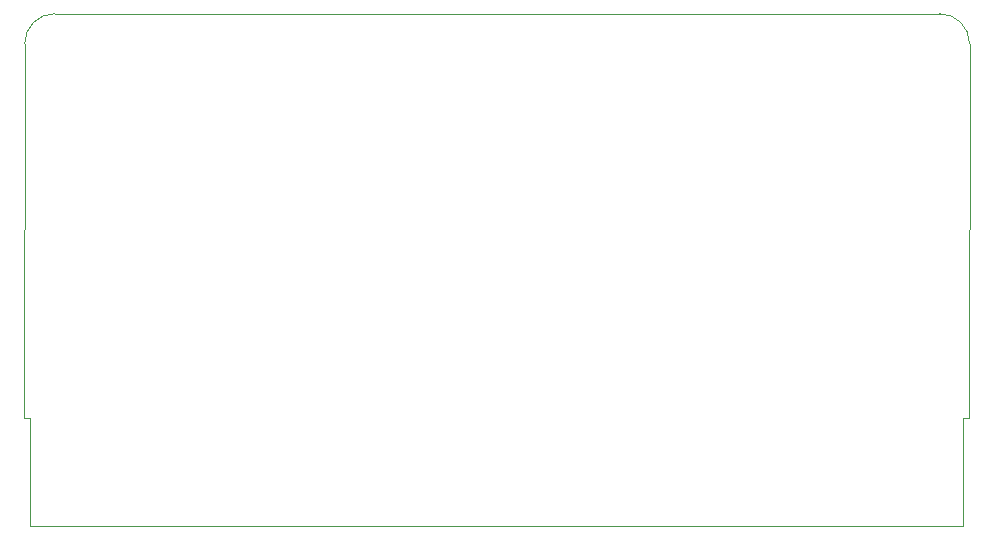
<source format=gbr>
%TF.GenerationSoftware,KiCad,Pcbnew,(5.99.0-7356-g63088e8bdb)*%
%TF.CreationDate,2021-06-15T12:35:10+08:00*%
%TF.ProjectId,Cartdrige,43617274-6472-4696-9765-2e6b69636164,rev?*%
%TF.SameCoordinates,Original*%
%TF.FileFunction,Profile,NP*%
%FSLAX46Y46*%
G04 Gerber Fmt 4.6, Leading zero omitted, Abs format (unit mm)*
G04 Created by KiCad (PCBNEW (5.99.0-7356-g63088e8bdb)) date 2021-06-15 12:35:10*
%MOMM*%
%LPD*%
G01*
G04 APERTURE LIST*
%TA.AperFunction,Profile*%
%ADD10C,0.100000*%
%TD*%
%TA.AperFunction,Profile*%
%ADD11C,0.120000*%
%TD*%
G04 APERTURE END LIST*
D10*
X105530000Y-59562000D02*
X105548051Y-27830051D01*
X28078051Y-25290051D02*
G75*
G03*
X25538051Y-27830051I0J-2540000D01*
G01*
X103008051Y-25290051D02*
X28078051Y-25290051D01*
X105548051Y-27830051D02*
G75*
G03*
X103008051Y-25290051I-2540000J0D01*
G01*
X25538051Y-27830051D02*
X25520000Y-59562000D01*
D11*
%TO.C,J1*%
X26028000Y-59562000D02*
X26028000Y-68706000D01*
X105022000Y-68706000D02*
X26028000Y-68706000D01*
X25520000Y-59562000D02*
X26028000Y-59562000D01*
X105022000Y-59562000D02*
X105530000Y-59562000D01*
X105022000Y-68706000D02*
X105022000Y-59562000D01*
%TD*%
M02*

</source>
